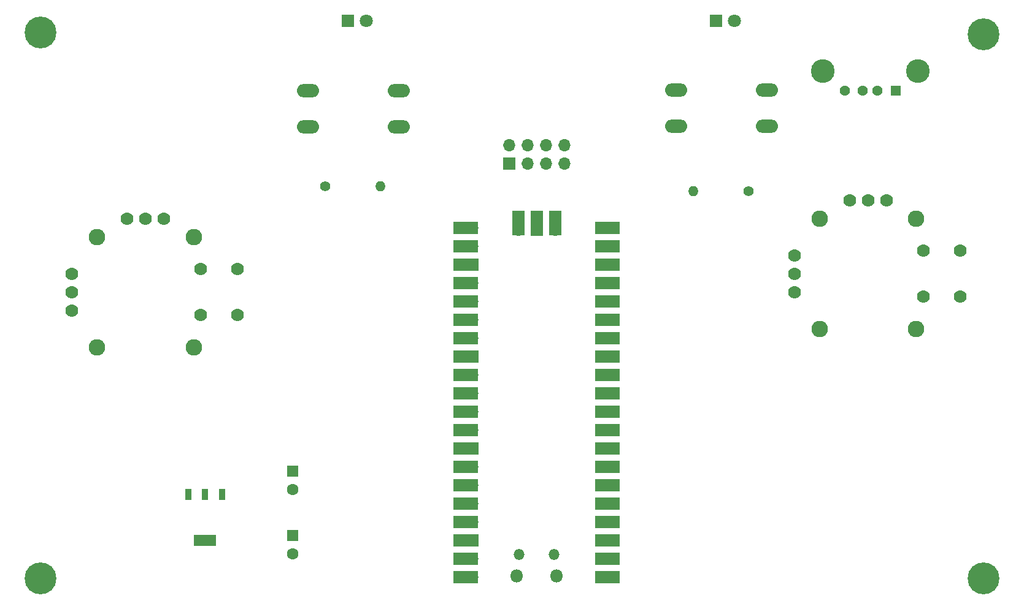
<source format=gbr>
%TF.GenerationSoftware,KiCad,Pcbnew,(5.1.10-1-10_14)*%
%TF.CreationDate,2021-10-16T18:12:32-04:00*%
%TF.ProjectId,Controller_V1,436f6e74-726f-46c6-9c65-725f56312e6b,rev?*%
%TF.SameCoordinates,Original*%
%TF.FileFunction,Soldermask,Top*%
%TF.FilePolarity,Negative*%
%FSLAX46Y46*%
G04 Gerber Fmt 4.6, Leading zero omitted, Abs format (unit mm)*
G04 Created by KiCad (PCBNEW (5.1.10-1-10_14)) date 2021-10-16 18:12:32*
%MOMM*%
%LPD*%
G01*
G04 APERTURE LIST*
%ADD10C,4.400000*%
%ADD11O,3.048000X1.850000*%
%ADD12O,1.400000X1.400000*%
%ADD13C,1.400000*%
%ADD14C,3.276000*%
%ADD15C,1.428000*%
%ADD16R,1.428000X1.428000*%
%ADD17C,1.800000*%
%ADD18R,1.800000X1.800000*%
%ADD19O,1.700000X1.700000*%
%ADD20R,1.700000X3.500000*%
%ADD21R,1.700000X1.700000*%
%ADD22O,1.500000X1.500000*%
%ADD23O,1.800000X1.800000*%
%ADD24R,3.500000X1.700000*%
%ADD25R,3.098800X1.600200*%
%ADD26R,0.838200X1.600200*%
%ADD27C,1.600000*%
%ADD28R,1.600000X1.600000*%
%ADD29C,1.778000*%
%ADD30C,2.286000*%
G04 APERTURE END LIST*
D10*
%TO.C,H4*%
X106197400Y-132867400D03*
%TD*%
%TO.C,e*%
X106146600Y-57480200D03*
%TD*%
%TO.C,He*%
X236321600Y-132918200D03*
%TD*%
%TO.C,He*%
X236321600Y-57708800D03*
%TD*%
D11*
%TO.C,SW2*%
X193875000Y-70405000D03*
X193875000Y-65405000D03*
X206375000Y-70405000D03*
X206375000Y-65405000D03*
%TD*%
%TO.C,SW1*%
X143075000Y-70485000D03*
X143075000Y-65485000D03*
X155575000Y-70485000D03*
X155575000Y-65485000D03*
%TD*%
D12*
%TO.C,R2*%
X196215000Y-79375000D03*
D13*
X203835000Y-79375000D03*
%TD*%
D12*
%TO.C,R1*%
X153035000Y-78740000D03*
D13*
X145415000Y-78740000D03*
%TD*%
D14*
%TO.C,J2*%
X214088400Y-62788800D03*
X227228400Y-62788800D03*
D15*
X217158400Y-65498800D03*
X219658400Y-65498800D03*
X221658400Y-65498800D03*
D16*
X224158400Y-65498800D03*
%TD*%
D17*
%TO.C,D2*%
X201930000Y-55880000D03*
D18*
X199390000Y-55880000D03*
%TD*%
D17*
%TO.C,D1*%
X151130000Y-55880000D03*
D18*
X148590000Y-55880000D03*
%TD*%
D19*
%TO.C,U2*%
X172085000Y-84685000D03*
D20*
X172085000Y-83785000D03*
D21*
X174625000Y-84685000D03*
D20*
X174625000Y-83785000D03*
D19*
X177165000Y-84685000D03*
D20*
X177165000Y-83785000D03*
D22*
X172200000Y-129555000D03*
X177050000Y-129555000D03*
D23*
X171900000Y-132585000D03*
X177350000Y-132585000D03*
D24*
X164835000Y-84455000D03*
X164835000Y-86995000D03*
X164835000Y-89535000D03*
X164835000Y-92075000D03*
X164835000Y-94615000D03*
X164835000Y-97155000D03*
X164835000Y-99695000D03*
X164835000Y-102235000D03*
X164835000Y-104775000D03*
X164835000Y-107315000D03*
X164835000Y-109855000D03*
X164835000Y-112395000D03*
X164835000Y-114935000D03*
X164835000Y-117475000D03*
X164835000Y-120015000D03*
X164835000Y-122555000D03*
X164835000Y-125095000D03*
X164835000Y-127635000D03*
X164835000Y-130175000D03*
X164835000Y-132715000D03*
X184415000Y-84455000D03*
X184415000Y-86995000D03*
X184415000Y-89535000D03*
X184415000Y-92075000D03*
X184415000Y-94615000D03*
X184415000Y-97155000D03*
X184415000Y-99695000D03*
X184415000Y-102235000D03*
X184415000Y-104775000D03*
X184415000Y-107315000D03*
X184415000Y-109855000D03*
X184415000Y-112395000D03*
X184415000Y-114935000D03*
X184415000Y-117475000D03*
X184415000Y-120015000D03*
X184415000Y-122555000D03*
X184415000Y-125095000D03*
X184415000Y-127635000D03*
X184415000Y-130175000D03*
X184415000Y-132715000D03*
D19*
X165735000Y-132715000D03*
X165735000Y-130175000D03*
D21*
X165735000Y-127635000D03*
D19*
X165735000Y-125095000D03*
X165735000Y-122555000D03*
X165735000Y-120015000D03*
X165735000Y-117475000D03*
D21*
X165735000Y-114935000D03*
D19*
X165735000Y-112395000D03*
X165735000Y-109855000D03*
X165735000Y-107315000D03*
X165735000Y-104775000D03*
D21*
X165735000Y-102235000D03*
D19*
X165735000Y-99695000D03*
X165735000Y-97155000D03*
X165735000Y-94615000D03*
X165735000Y-92075000D03*
D21*
X165735000Y-89535000D03*
D19*
X165735000Y-86995000D03*
X165735000Y-84455000D03*
X183515000Y-84455000D03*
X183515000Y-86995000D03*
D21*
X183515000Y-89535000D03*
D19*
X183515000Y-92075000D03*
X183515000Y-94615000D03*
X183515000Y-97155000D03*
X183515000Y-99695000D03*
D21*
X183515000Y-102235000D03*
D19*
X183515000Y-104775000D03*
X183515000Y-107315000D03*
X183515000Y-109855000D03*
X183515000Y-112395000D03*
D21*
X183515000Y-114935000D03*
D19*
X183515000Y-117475000D03*
X183515000Y-120015000D03*
X183515000Y-122555000D03*
X183515000Y-125095000D03*
D21*
X183515000Y-127635000D03*
D19*
X183515000Y-130175000D03*
X183515000Y-132715000D03*
%TD*%
D25*
%TO.C,VR1*%
X128879600Y-127660400D03*
D26*
X126568200Y-121259600D03*
X128879600Y-121259600D03*
X131191000Y-121259600D03*
%TD*%
D27*
%TO.C,C2*%
X140970000Y-120610000D03*
D28*
X140970000Y-118110000D03*
%TD*%
D27*
%TO.C,C1*%
X140970000Y-129500000D03*
D28*
X140970000Y-127000000D03*
%TD*%
D29*
%TO.C,U3*%
X217805000Y-80645000D03*
X220345000Y-80645000D03*
X222885000Y-80645000D03*
D30*
X227012500Y-98425000D03*
X213677500Y-98425000D03*
X213677500Y-83185000D03*
X227012500Y-83185000D03*
D29*
X210185000Y-93345000D03*
X210185000Y-90805000D03*
X210185000Y-88265000D03*
X227965000Y-93980000D03*
X227965000Y-87630000D03*
X233045000Y-93980000D03*
X233045000Y-87630000D03*
%TD*%
%TO.C,U1*%
X118110000Y-83185000D03*
X120650000Y-83185000D03*
X123190000Y-83185000D03*
D30*
X127317500Y-100965000D03*
X113982500Y-100965000D03*
X113982500Y-85725000D03*
X127317500Y-85725000D03*
D29*
X110490000Y-95885000D03*
X110490000Y-93345000D03*
X110490000Y-90805000D03*
X128270000Y-96520000D03*
X128270000Y-90170000D03*
X133350000Y-96520000D03*
X133350000Y-90170000D03*
%TD*%
D19*
%TO.C,J1*%
X178435000Y-73025000D03*
X178435000Y-75565000D03*
X175895000Y-73025000D03*
X175895000Y-75565000D03*
X173355000Y-73025000D03*
X173355000Y-75565000D03*
X170815000Y-73025000D03*
D21*
X170815000Y-75565000D03*
%TD*%
M02*

</source>
